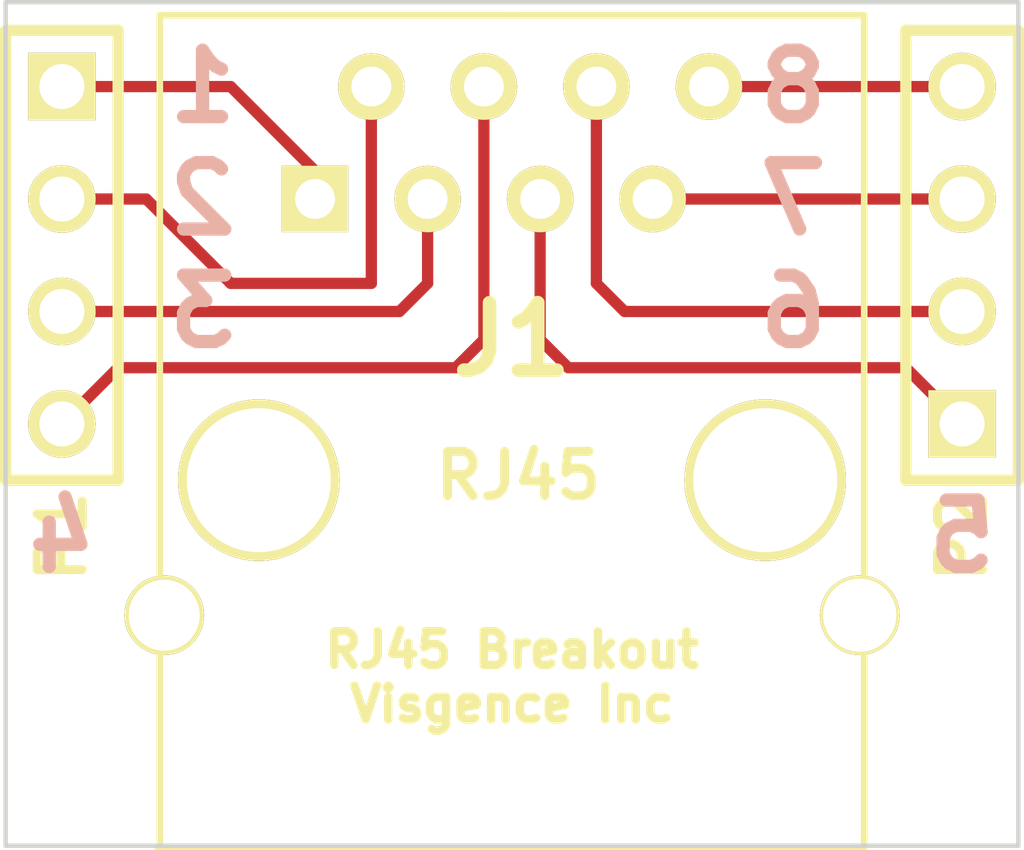
<source format=kicad_pcb>
(kicad_pcb (version 4) (host pcbnew 4.0.2-stable)

  (general
    (links 8)
    (no_connects 0)
    (area 22.86 27.889999 50.5968 47.364001)
    (thickness 1.6)
    (drawings 13)
    (tracks 23)
    (zones 0)
    (modules 3)
    (nets 9)
  )

  (page A3)
  (layers
    (0 F.Cu signal)
    (31 B.Cu signal)
    (32 B.Adhes user)
    (33 F.Adhes user)
    (34 B.Paste user)
    (35 F.Paste user)
    (36 B.SilkS user)
    (37 F.SilkS user)
    (38 B.Mask user)
    (39 F.Mask user)
    (40 Dwgs.User user)
    (41 Cmts.User user)
    (42 Eco1.User user)
    (43 Eco2.User user)
    (44 Edge.Cuts user)
  )

  (setup
    (last_trace_width 0.254)
    (trace_clearance 0.254)
    (zone_clearance 0.508)
    (zone_45_only no)
    (trace_min 0.254)
    (segment_width 0.2)
    (edge_width 0.1)
    (via_size 0.889)
    (via_drill 0.635)
    (via_min_size 0.889)
    (via_min_drill 0.508)
    (uvia_size 0.508)
    (uvia_drill 0.127)
    (uvias_allowed no)
    (uvia_min_size 0.508)
    (uvia_min_drill 0.127)
    (pcb_text_width 0.3)
    (pcb_text_size 1.5 1.5)
    (mod_edge_width 0.15)
    (mod_text_size 1 1)
    (mod_text_width 0.15)
    (pad_size 1.5 1.5)
    (pad_drill 0.6)
    (pad_to_mask_clearance 0)
    (aux_axis_origin 0 0)
    (visible_elements 7FFFFFFF)
    (pcbplotparams
      (layerselection 0x00030_80000001)
      (usegerberextensions true)
      (excludeedgelayer false)
      (linewidth 0.150000)
      (plotframeref false)
      (viasonmask false)
      (mode 1)
      (useauxorigin false)
      (hpglpennumber 1)
      (hpglpenspeed 20)
      (hpglpendiameter 15)
      (hpglpenoverlay 2)
      (psnegative false)
      (psa4output false)
      (plotreference true)
      (plotvalue true)
      (plotinvisibletext false)
      (padsonsilk false)
      (subtractmaskfromsilk true)
      (outputformat 1)
      (mirror false)
      (drillshape 0)
      (scaleselection 1)
      (outputdirectory gerber))
  )

  (net 0 "")
  (net 1 N-000001)
  (net 2 N-000002)
  (net 3 N-000003)
  (net 4 N-000004)
  (net 5 N-000005)
  (net 6 N-000006)
  (net 7 N-000007)
  (net 8 N-000008)

  (net_class Default "This is the default net class."
    (clearance 0.254)
    (trace_width 0.254)
    (via_dia 0.889)
    (via_drill 0.635)
    (uvia_dia 0.508)
    (uvia_drill 0.127)
    (add_net N-000001)
    (add_net N-000002)
    (add_net N-000003)
    (add_net N-000004)
    (add_net N-000005)
    (add_net N-000006)
    (add_net N-000007)
    (add_net N-000008)
  )

  (module RJ45_8_ASSMAN (layer F.Cu) (tedit 51FF1B81) (tstamp 51FF183B)
    (at 36.83 38.735)
    (tags RJ45)
    (path /51FF1728)
    (fp_text reference J1 (at 0 -3.175) (layer F.SilkS)
      (effects (font (thickness 0.3048)))
    )
    (fp_text value RJ45 (at 0.14224 -0.1016) (layer F.SilkS)
      (effects (font (size 1.00076 1.00076) (thickness 0.2032)))
    )
    (fp_line (start -7.95 8.3) (end -7.95 -10.5) (layer F.SilkS) (width 0.15))
    (fp_line (start 7.95 8.3) (end 7.95 -10.5) (layer F.SilkS) (width 0.15))
    (fp_line (start 0 -10.5) (end -7.95 -10.5) (layer F.SilkS) (width 0.15))
    (fp_line (start 0 -10.5) (end 7.95 -10.5) (layer F.SilkS) (width 0.15))
    (fp_line (start 0 8.3) (end -7.95 8.3) (layer F.SilkS) (width 0.15))
    (fp_line (start -8 8.3) (end -7.9 8.3) (layer F.SilkS) (width 0.15))
    (fp_line (start 0 8.3) (end 7.95 8.3) (layer F.SilkS) (width 0.15))
    (pad "" thru_hole circle (at 5.715 0) (size 3.64998 3.64998) (drill 3.251199) (layers *.Cu *.Mask F.SilkS))
    (pad "" thru_hole circle (at -5.715 0) (size 3.64998 3.64998) (drill 3.251199) (layers *.Cu *.Mask F.SilkS))
    (pad 1 thru_hole rect (at -4.445 -6.35) (size 1.50114 1.50114) (drill 0.899159) (layers *.Cu *.Mask F.SilkS)
      (net 2 N-000002))
    (pad 2 thru_hole circle (at -3.175 -8.89) (size 1.50114 1.50114) (drill 0.899159) (layers *.Cu *.Mask F.SilkS)
      (net 3 N-000003))
    (pad 3 thru_hole circle (at -1.905 -6.35) (size 1.50114 1.50114) (drill 0.899159) (layers *.Cu *.Mask F.SilkS)
      (net 4 N-000004))
    (pad 4 thru_hole circle (at -0.635 -8.89) (size 1.50114 1.50114) (drill 0.899159) (layers *.Cu *.Mask F.SilkS)
      (net 5 N-000005))
    (pad 5 thru_hole circle (at 0.635 -6.35) (size 1.50114 1.50114) (drill 0.899159) (layers *.Cu *.Mask F.SilkS)
      (net 1 N-000001))
    (pad 6 thru_hole circle (at 1.905 -8.89) (size 1.50114 1.50114) (drill 0.899159) (layers *.Cu *.Mask F.SilkS)
      (net 6 N-000006))
    (pad 7 thru_hole circle (at 3.175 -6.35) (size 1.50114 1.50114) (drill 0.899159) (layers *.Cu *.Mask F.SilkS)
      (net 7 N-000007))
    (pad 8 thru_hole circle (at 4.445 -8.89) (size 1.50114 1.50114) (drill 0.899159) (layers *.Cu *.Mask F.SilkS)
      (net 8 N-000008))
    (pad "" thru_hole circle (at 7.85 3.05) (size 1.8 1.8) (drill 1.65) (layers *.Cu *.Mask F.SilkS))
    (pad "" thru_hole circle (at -7.85 3.05) (size 1.8 1.8) (drill 1.6) (layers *.Cu *.Mask F.SilkS))
    (model ${KIPRJMOD}/KiModels/Ethernet.wrl
      (at (xyz 0 0.08 0.15))
      (scale (xyz 1 1 1))
      (rotate (xyz 0 0 0))
    )
  )

  (module PIN_ARRAY_4x1 (layer F.Cu) (tedit 51FF1ADC) (tstamp 51FF1A23)
    (at 26.67 33.655 270)
    (descr "Double rangee de contacts 2 x 5 pins")
    (tags CONN)
    (path /51FF1739)
    (fp_text reference P1 (at 6.35 0 270) (layer F.SilkS)
      (effects (font (size 1.016 1.016) (thickness 0.2032)))
    )
    (fp_text value CONN_4 (at 0 2.54 270) (layer F.SilkS) hide
      (effects (font (size 1.016 1.016) (thickness 0.2032)))
    )
    (fp_line (start 5.08 1.27) (end -5.08 1.27) (layer F.SilkS) (width 0.254))
    (fp_line (start 5.08 -1.27) (end -5.08 -1.27) (layer F.SilkS) (width 0.254))
    (fp_line (start -5.08 -1.27) (end -5.08 1.27) (layer F.SilkS) (width 0.254))
    (fp_line (start 5.08 1.27) (end 5.08 -1.27) (layer F.SilkS) (width 0.254))
    (pad 1 thru_hole rect (at -3.81 0 270) (size 1.524 1.524) (drill 1.016) (layers *.Cu *.Mask F.SilkS)
      (net 2 N-000002))
    (pad 2 thru_hole circle (at -1.27 0 270) (size 1.524 1.524) (drill 1.016) (layers *.Cu *.Mask F.SilkS)
      (net 3 N-000003))
    (pad 3 thru_hole circle (at 1.27 0 270) (size 1.524 1.524) (drill 1.016) (layers *.Cu *.Mask F.SilkS)
      (net 4 N-000004))
    (pad 4 thru_hole circle (at 3.81 0 270) (size 1.524 1.524) (drill 1.016) (layers *.Cu *.Mask F.SilkS)
      (net 5 N-000005))
    (model ${KIPRJMOD}/KiModels/Pin_Header_Straight_1x04.wrl
      (at (xyz 0 0 -0.05))
      (scale (xyz 1 1 1))
      (rotate (xyz 0 180 0))
    )
  )

  (module PIN_ARRAY_4x1 (layer F.Cu) (tedit 51FF1AD0) (tstamp 51FF1A16)
    (at 46.99 33.655 90)
    (descr "Double rangee de contacts 2 x 5 pins")
    (tags CONN)
    (path /51FF174D)
    (fp_text reference P2 (at -6.35 0 90) (layer F.SilkS)
      (effects (font (size 1.016 1.016) (thickness 0.2032)))
    )
    (fp_text value CONN_4 (at 0 2.54 90) (layer F.SilkS) hide
      (effects (font (size 1.016 1.016) (thickness 0.2032)))
    )
    (fp_line (start 5.08 1.27) (end -5.08 1.27) (layer F.SilkS) (width 0.254))
    (fp_line (start 5.08 -1.27) (end -5.08 -1.27) (layer F.SilkS) (width 0.254))
    (fp_line (start -5.08 -1.27) (end -5.08 1.27) (layer F.SilkS) (width 0.254))
    (fp_line (start 5.08 1.27) (end 5.08 -1.27) (layer F.SilkS) (width 0.254))
    (pad 1 thru_hole rect (at -3.81 0 90) (size 1.524 1.524) (drill 1.016) (layers *.Cu *.Mask F.SilkS)
      (net 1 N-000001))
    (pad 2 thru_hole circle (at -1.27 0 90) (size 1.524 1.524) (drill 1.016) (layers *.Cu *.Mask F.SilkS)
      (net 6 N-000006))
    (pad 3 thru_hole circle (at 1.27 0 90) (size 1.524 1.524) (drill 1.016) (layers *.Cu *.Mask F.SilkS)
      (net 7 N-000007))
    (pad 4 thru_hole circle (at 3.81 0 90) (size 1.524 1.524) (drill 1.016) (layers *.Cu *.Mask F.SilkS)
      (net 8 N-000008))
    (model ${KIPRJMOD}/KiModels/Pin_Header_Straight_1x04.wrl
      (at (xyz 0 0 -0.05))
      (scale (xyz 1 1 1))
      (rotate (xyz 0 180 0))
    )
  )

  (gr_text 5 (at 46.99 40.005) (layer B.SilkS)
    (effects (font (size 1.5 1.5) (thickness 0.3)) (justify mirror))
  )
  (gr_text 4 (at 26.67 40.005) (layer B.SilkS)
    (effects (font (size 1.5 1.5) (thickness 0.3)) (justify mirror))
  )
  (gr_text 8 (at 43.18 29.845) (layer B.SilkS)
    (effects (font (size 1.5 1.5) (thickness 0.3)) (justify mirror))
  )
  (gr_text 7 (at 43.18 32.385) (layer B.SilkS)
    (effects (font (size 1.5 1.5) (thickness 0.3)) (justify mirror))
  )
  (gr_text 6 (at 43.18 34.925) (layer B.SilkS)
    (effects (font (size 1.5 1.5) (thickness 0.3)) (justify mirror))
  )
  (gr_text 3 (at 29.845 34.925) (layer B.SilkS)
    (effects (font (size 1.5 1.5) (thickness 0.3)) (justify mirror))
  )
  (gr_text 2 (at 29.845 32.385) (layer B.SilkS)
    (effects (font (size 1.5 1.5) (thickness 0.3)) (justify mirror))
  )
  (gr_text 1 (at 29.845 29.845) (layer B.SilkS)
    (effects (font (size 1.5 1.5) (thickness 0.3)) (justify mirror))
  )
  (gr_text "RJ45 Breakout\nVisgence Inc" (at 36.83 43.18) (layer F.SilkS)
    (effects (font (size 0.762 0.762) (thickness 0.1905)))
  )
  (gr_line (start 48.26 27.94) (end 48.26 46.99) (angle 90) (layer Edge.Cuts) (width 0.1))
  (gr_line (start 25.4 27.94) (end 25.4 46.99) (angle 90) (layer Edge.Cuts) (width 0.1))
  (gr_line (start 25.4 27.94) (end 48.26 27.94) (angle 90) (layer Edge.Cuts) (width 0.1))
  (gr_line (start 25.4 46.99) (end 48.26 46.99) (angle 90) (layer Edge.Cuts) (width 0.1))

  (segment (start 37.465 32.385) (end 37.465 35.56) (width 0.254) (layer F.Cu) (net 1))
  (segment (start 45.72 36.195) (end 46.99 37.465) (width 0.254) (layer F.Cu) (net 1) (tstamp 51FF1C69))
  (segment (start 38.1 36.195) (end 45.72 36.195) (width 0.254) (layer F.Cu) (net 1) (tstamp 51FF1C68))
  (segment (start 37.465 35.56) (end 38.1 36.195) (width 0.254) (layer F.Cu) (net 1) (tstamp 51FF1C67))
  (segment (start 26.67 29.845) (end 30.48 29.845) (width 0.254) (layer F.Cu) (net 2))
  (segment (start 32.385 31.75) (end 32.385 32.385) (width 0.254) (layer F.Cu) (net 2) (tstamp 51FF1C8D))
  (segment (start 30.48 29.845) (end 32.385 31.75) (width 0.254) (layer F.Cu) (net 2) (tstamp 51FF1C8B))
  (segment (start 33.655 29.845) (end 33.655 34.29) (width 0.254) (layer F.Cu) (net 3))
  (segment (start 28.575 32.385) (end 26.67 32.385) (width 0.254) (layer F.Cu) (net 3) (tstamp 51FF1C94))
  (segment (start 30.48 34.29) (end 28.575 32.385) (width 0.254) (layer F.Cu) (net 3) (tstamp 51FF1C92))
  (segment (start 33.655 34.29) (end 30.48 34.29) (width 0.254) (layer F.Cu) (net 3) (tstamp 51FF1C90))
  (segment (start 34.925 32.385) (end 34.925 34.29) (width 0.254) (layer F.Cu) (net 4))
  (segment (start 34.29 34.925) (end 26.67 34.925) (width 0.254) (layer F.Cu) (net 4) (tstamp 51FF1C5C))
  (segment (start 34.925 34.29) (end 34.29 34.925) (width 0.254) (layer F.Cu) (net 4) (tstamp 51FF1C59))
  (segment (start 36.195 29.845) (end 36.195 35.56) (width 0.254) (layer F.Cu) (net 5))
  (segment (start 27.94 36.195) (end 26.67 37.465) (width 0.254) (layer F.Cu) (net 5) (tstamp 51FF1C63))
  (segment (start 35.56 36.195) (end 27.94 36.195) (width 0.254) (layer F.Cu) (net 5) (tstamp 51FF1C61))
  (segment (start 36.195 35.56) (end 35.56 36.195) (width 0.254) (layer F.Cu) (net 5) (tstamp 51FF1C5F))
  (segment (start 38.735 29.845) (end 38.735 34.29) (width 0.254) (layer F.Cu) (net 6))
  (segment (start 39.37 34.925) (end 46.99 34.925) (width 0.254) (layer F.Cu) (net 6) (tstamp 51FF1C6F))
  (segment (start 38.735 34.29) (end 39.37 34.925) (width 0.254) (layer F.Cu) (net 6) (tstamp 51FF1C6E))
  (segment (start 40.005 32.385) (end 46.99 32.385) (width 0.254) (layer F.Cu) (net 7))
  (segment (start 41.275 29.845) (end 46.99 29.845) (width 0.254) (layer F.Cu) (net 8))

)

</source>
